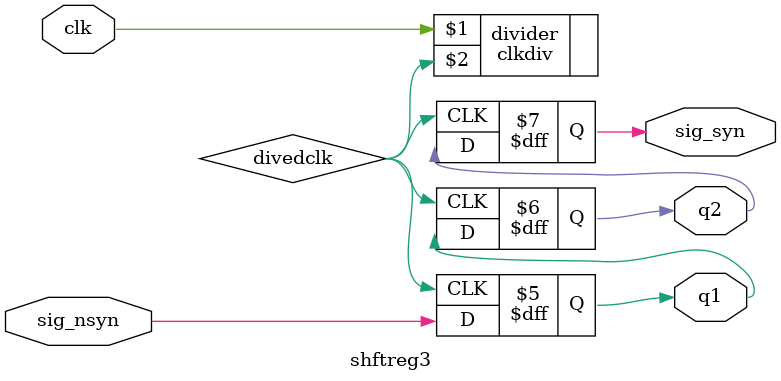
<source format=v>
`timescale 1ns / 1ps


module shftreg3(
    input sig_nsyn,
    input clk,
    output reg q1,
    output reg q2,
    output reg sig_syn
      );
      wire divedclk;
      clkdiv divider(clk,divedclk);
      // assign divedclk = clk;
    initial {q1,q2,sig_syn} = 0;
   always@(posedge divedclk) sig_syn<=q2;
   always@(posedge divedclk) q2<=q1;
   always@(posedge divedclk) q1<=sig_nsyn; 
endmodule

</source>
